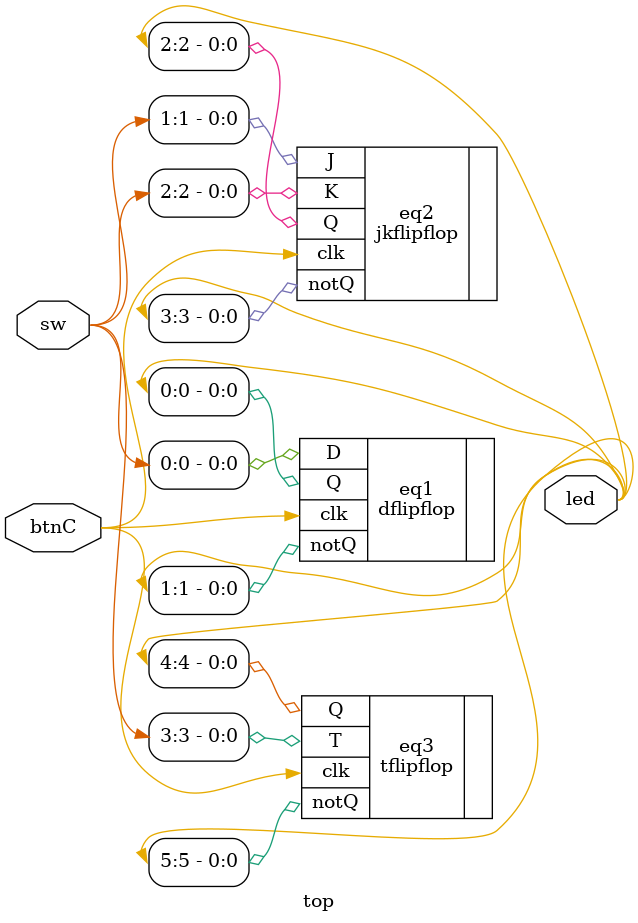
<source format=v>
module top(
    input [3:0] sw,
    input btnC,
    output [5:0] led
    );

    dflipflop eq1(
    .D(sw[0]),
    .clk(btnC),
    .Q(led[0]),
    .notQ(led[1])
    );
    
    jkflipflop eq2(
    .J(sw[1]),
    .K(sw[2]),
    .clk(btnC),
    .Q(led[2]),
    .notQ(led[3])
    );
    
    tflipflop eq3(
    .T(sw[3]),
    .clk(btnC),
    .Q(led[4]),
    .notQ(led[5])
    );
    
    
endmodule

</source>
